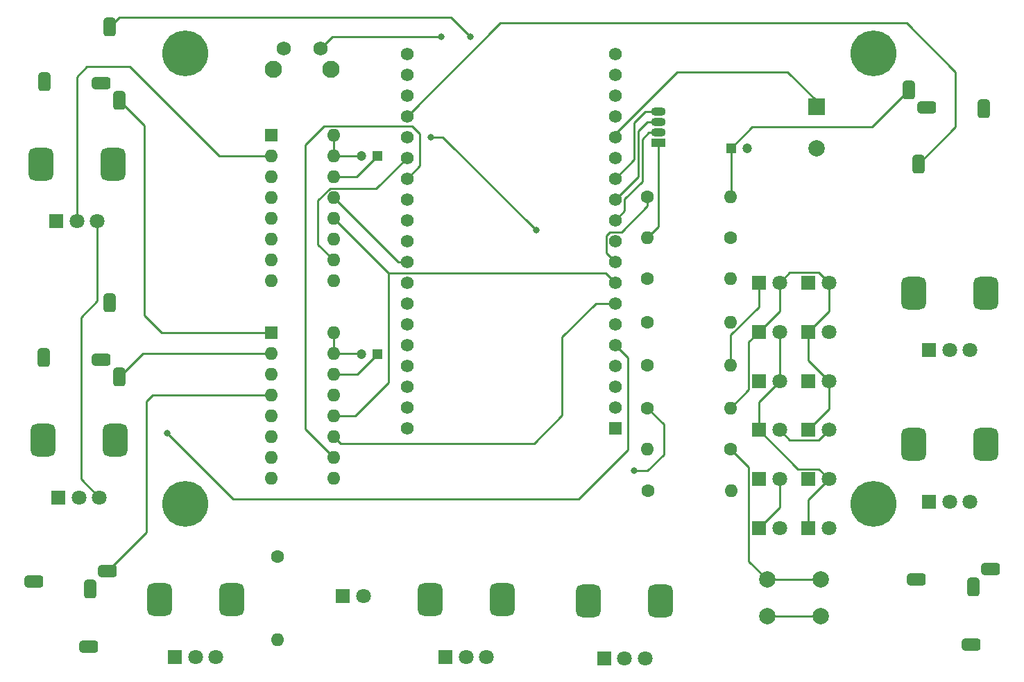
<source format=gbr>
%TF.GenerationSoftware,KiCad,Pcbnew,(6.0.4)*%
%TF.CreationDate,2022-09-15T01:26:23+02:00*%
%TF.ProjectId,_autosave-Spikeling_V2.1,5f617574-6f73-4617-9665-2d5370696b65,rev?*%
%TF.SameCoordinates,Original*%
%TF.FileFunction,Copper,L1,Top*%
%TF.FilePolarity,Positive*%
%FSLAX46Y46*%
G04 Gerber Fmt 4.6, Leading zero omitted, Abs format (unit mm)*
G04 Created by KiCad (PCBNEW (6.0.4)) date 2022-09-15 01:26:23*
%MOMM*%
%LPD*%
G01*
G04 APERTURE LIST*
G04 Aperture macros list*
%AMRoundRect*
0 Rectangle with rounded corners*
0 $1 Rounding radius*
0 $2 $3 $4 $5 $6 $7 $8 $9 X,Y pos of 4 corners*
0 Add a 4 corners polygon primitive as box body*
4,1,4,$2,$3,$4,$5,$6,$7,$8,$9,$2,$3,0*
0 Add four circle primitives for the rounded corners*
1,1,$1+$1,$2,$3*
1,1,$1+$1,$4,$5*
1,1,$1+$1,$6,$7*
1,1,$1+$1,$8,$9*
0 Add four rect primitives between the rounded corners*
20,1,$1+$1,$2,$3,$4,$5,0*
20,1,$1+$1,$4,$5,$6,$7,0*
20,1,$1+$1,$6,$7,$8,$9,0*
20,1,$1+$1,$8,$9,$2,$3,0*%
G04 Aperture macros list end*
%TA.AperFunction,ComponentPad*%
%ADD10O,1.800000X1.070000*%
%TD*%
%TA.AperFunction,ComponentPad*%
%ADD11R,1.800000X1.070000*%
%TD*%
%TA.AperFunction,ComponentPad*%
%ADD12C,5.600000*%
%TD*%
%TA.AperFunction,ComponentPad*%
%ADD13R,1.800000X1.800000*%
%TD*%
%TA.AperFunction,ComponentPad*%
%ADD14C,1.800000*%
%TD*%
%TA.AperFunction,ComponentPad*%
%ADD15C,1.600000*%
%TD*%
%TA.AperFunction,ComponentPad*%
%ADD16O,1.600000X1.600000*%
%TD*%
%TA.AperFunction,ComponentPad*%
%ADD17R,1.600000X1.600000*%
%TD*%
%TA.AperFunction,ComponentPad*%
%ADD18RoundRect,0.750000X0.750000X-1.250000X0.750000X1.250000X-0.750000X1.250000X-0.750000X-1.250000X0*%
%TD*%
%TA.AperFunction,ComponentPad*%
%ADD19RoundRect,0.381000X0.762000X0.381000X-0.762000X0.381000X-0.762000X-0.381000X0.762000X-0.381000X0*%
%TD*%
%TA.AperFunction,ComponentPad*%
%ADD20RoundRect,0.381000X0.381000X-0.762000X0.381000X0.762000X-0.381000X0.762000X-0.381000X-0.762000X0*%
%TD*%
%TA.AperFunction,ComponentPad*%
%ADD21RoundRect,0.381000X-0.381000X0.762000X-0.381000X-0.762000X0.381000X-0.762000X0.381000X0.762000X0*%
%TD*%
%TA.AperFunction,ComponentPad*%
%ADD22RoundRect,0.381000X-0.762000X-0.381000X0.762000X-0.381000X0.762000X0.381000X-0.762000X0.381000X0*%
%TD*%
%TA.AperFunction,ComponentPad*%
%ADD23R,1.200000X1.200000*%
%TD*%
%TA.AperFunction,ComponentPad*%
%ADD24C,1.200000*%
%TD*%
%TA.AperFunction,ComponentPad*%
%ADD25C,1.750000*%
%TD*%
%TA.AperFunction,ComponentPad*%
%ADD26C,2.100000*%
%TD*%
%TA.AperFunction,ComponentPad*%
%ADD27R,2.000000X2.000000*%
%TD*%
%TA.AperFunction,ComponentPad*%
%ADD28C,2.000000*%
%TD*%
%TA.AperFunction,ComponentPad*%
%ADD29R,1.560000X1.560000*%
%TD*%
%TA.AperFunction,ComponentPad*%
%ADD30C,1.560000*%
%TD*%
%TA.AperFunction,ViaPad*%
%ADD31C,0.800000*%
%TD*%
%TA.AperFunction,Conductor*%
%ADD32C,0.250000*%
%TD*%
G04 APERTURE END LIST*
D10*
%TO.P,Spike_LED,1,RA*%
%TO.N,/27*%
X177750000Y-64680000D03*
D11*
%TO.P,Spike_LED,2,K*%
%TO.N,Net-(100\u03A9_Spike-LED1-Pad2)*%
X177750000Y-65950000D03*
D10*
%TO.P,Spike_LED,3,GA*%
%TO.N,/14*%
X177750000Y-63410000D03*
%TO.P,Spike_LED,4,BA*%
%TO.N,/12*%
X177750000Y-62140000D03*
%TD*%
D12*
%TO.P, ,1*%
%TO.N,N/C*%
X120000000Y-55000000D03*
%TD*%
D13*
%TO.P,6,1,K*%
%TO.N,Net-(100\u03A9_CharliePlex3-Pad2)*%
X190000000Y-83000000D03*
D14*
%TO.P,6,2,A*%
%TO.N,Net-(100\u03A9_CharliePlex4-Pad2)*%
X192540000Y-83000000D03*
%TD*%
D13*
%TO.P,1,1,K*%
%TO.N,Net-(100\u03A9_CharliePlex2-Pad2)*%
X190000000Y-113000000D03*
D14*
%TO.P,1,2,A*%
%TO.N,Net-(100\u03A9_CharliePlex1-Pad2)*%
X192540000Y-113000000D03*
%TD*%
D15*
%TO.P,10k\u03A9,1*%
%TO.N,/39*%
X186560000Y-103300000D03*
D16*
%TO.P,10k\u03A9,2*%
%TO.N,GNDREF*%
X176400000Y-103300000D03*
%TD*%
D17*
%TO.P,MCP3208,1,CH0*%
%TO.N,/200*%
X130500000Y-89125000D03*
D16*
%TO.P,MCP3208,2,CH1*%
%TO.N,/201*%
X130500000Y-91665000D03*
%TO.P,MCP3208,3,CH2*%
%TO.N,/202*%
X130500000Y-94205000D03*
%TO.P,MCP3208,4,CH3*%
%TO.N,/203*%
X130500000Y-96745000D03*
%TO.P,MCP3208,5,CH4*%
%TO.N,/204*%
X130500000Y-99285000D03*
%TO.P,MCP3208,6,CH5*%
%TO.N,/205*%
X130500000Y-101825000D03*
%TO.P,MCP3208,7,CH6*%
%TO.N,/206*%
X130500000Y-104365000D03*
%TO.P,MCP3208,8,CH7*%
%TO.N,/207*%
X130500000Y-106905000D03*
%TO.P,MCP3208,9,DGND*%
%TO.N,GNDREF*%
X138120000Y-106905000D03*
%TO.P,MCP3208,10,~{CS}/SHDN*%
%TO.N,/04*%
X138120000Y-104365000D03*
%TO.P,MCP3208,11,Din*%
%TO.N,/32*%
X138120000Y-101825000D03*
%TO.P,MCP3208,12,Dout*%
%TO.N,/33*%
X138120000Y-99285000D03*
%TO.P,MCP3208,13,CLK*%
%TO.N,/18*%
X138120000Y-96745000D03*
%TO.P,MCP3208,14,AGND*%
%TO.N,GNDREF*%
X138120000Y-94205000D03*
%TO.P,MCP3208,15,Vref*%
%TO.N,VCC*%
X138120000Y-91665000D03*
%TO.P,MCP3208,16,Vdd*%
X138120000Y-89125000D03*
%TD*%
D13*
%TO.P,Stimulus,1,1*%
%TO.N,GNDREF*%
X210750000Y-109750000D03*
D14*
%TO.P,Stimulus,2,2*%
%TO.N,/104*%
X213250000Y-109750000D03*
%TO.P,Stimulus,3,3*%
%TO.N,VCC*%
X215750000Y-109750000D03*
D18*
%TO.P,Stimulus,MP*%
%TO.N,N/C*%
X217650000Y-102750000D03*
X208850000Y-102750000D03*
%TD*%
D13*
%TO.P,Noise,1,1*%
%TO.N,GNDREF*%
X171100000Y-128900000D03*
D14*
%TO.P,Noise,2,2*%
%TO.N,/106*%
X173600000Y-128900000D03*
%TO.P,Noise,3,3*%
%TO.N,VCC*%
X176100000Y-128900000D03*
D18*
%TO.P,Noise,MP*%
%TO.N,N/C*%
X169200000Y-121900000D03*
X178000000Y-121900000D03*
%TD*%
D19*
%TO.P,Synapse In 1,*%
%TO.N,*%
X109781500Y-58650000D03*
D20*
%TO.P,Synapse In 1,R*%
%TO.N,/200*%
X111981500Y-60750000D03*
D21*
%TO.P,Synapse In 1,S*%
%TO.N,GNDREF*%
X102781500Y-58450000D03*
D20*
%TO.P,Synapse In 1,T*%
%TO.N,/35*%
X110781500Y-51750000D03*
%TD*%
D22*
%TO.P,Synapse Out,*%
%TO.N,*%
X210468500Y-61600000D03*
D21*
%TO.P,Synapse Out,R*%
%TO.N,Net-(10\u03A9_RC1-Pad2)*%
X208268500Y-59500000D03*
D20*
%TO.P,Synapse Out,S*%
%TO.N,GNDREF*%
X217468500Y-61800000D03*
D21*
%TO.P,Synapse Out,T*%
%TO.N,/15*%
X209468500Y-68500000D03*
%TD*%
D13*
%TO.P,Synapse1 Gain,1,1*%
%TO.N,GNDREF*%
X104250000Y-75500000D03*
D14*
%TO.P,Synapse1 Gain,2,2*%
%TO.N,/101*%
X106750000Y-75500000D03*
%TO.P,Synapse1 Gain,3,3*%
%TO.N,VCC*%
X109250000Y-75500000D03*
D18*
%TO.P,Synapse1 Gain,MP*%
%TO.N,N/C*%
X111150000Y-68500000D03*
X102350000Y-68500000D03*
%TD*%
D13*
%TO.P,3,1,K*%
%TO.N,Net-(100\u03A9_CharliePlex3-Pad2)*%
X190000000Y-101000000D03*
D14*
%TO.P,3,2,A*%
%TO.N,Net-(100\u03A9_CharliePlex2-Pad2)*%
X192540000Y-101000000D03*
%TD*%
D13*
%TO.P,Voltage Membrane,1,1*%
%TO.N,GNDREF*%
X118750000Y-128750000D03*
D14*
%TO.P,Voltage Membrane,2,2*%
%TO.N,/100*%
X121250000Y-128750000D03*
%TO.P,Voltage Membrane,3,3*%
%TO.N,VCC*%
X123750000Y-128750000D03*
D18*
%TO.P,Voltage Membrane,MP*%
%TO.N,N/C*%
X116850000Y-121750000D03*
X125650000Y-121750000D03*
%TD*%
D15*
%TO.P,100\u03A9,1*%
%TO.N,/22*%
X176500000Y-108400000D03*
D16*
%TO.P,100\u03A9,2*%
%TO.N,Net-(100\u03A9_Stim-LED1-Pad2)*%
X186660000Y-108400000D03*
%TD*%
D12*
%TO.P, ,1*%
%TO.N,N/C*%
X204000000Y-55000000D03*
%TD*%
D17*
%TO.P,MCP3208,1,CH0*%
%TO.N,/100*%
X130500000Y-65000000D03*
D16*
%TO.P,MCP3208,2,CH1*%
%TO.N,/101*%
X130500000Y-67540000D03*
%TO.P,MCP3208,3,CH2*%
%TO.N,/102*%
X130500000Y-70080000D03*
%TO.P,MCP3208,4,CH3*%
%TO.N,/103*%
X130500000Y-72620000D03*
%TO.P,MCP3208,5,CH4*%
%TO.N,/104*%
X130500000Y-75160000D03*
%TO.P,MCP3208,6,CH5*%
%TO.N,/105*%
X130500000Y-77700000D03*
%TO.P,MCP3208,7,CH6*%
%TO.N,/106*%
X130500000Y-80240000D03*
%TO.P,MCP3208,8,CH7*%
%TO.N,/107*%
X130500000Y-82780000D03*
%TO.P,MCP3208,9,DGND*%
%TO.N,GNDREF*%
X138120000Y-82780000D03*
%TO.P,MCP3208,10,~{CS}/SHDN*%
%TO.N,/00*%
X138120000Y-80240000D03*
%TO.P,MCP3208,11,Din*%
%TO.N,/32*%
X138120000Y-77700000D03*
%TO.P,MCP3208,12,Dout*%
%TO.N,/33*%
X138120000Y-75160000D03*
%TO.P,MCP3208,13,CLK*%
%TO.N,/18*%
X138120000Y-72620000D03*
%TO.P,MCP3208,14,AGND*%
%TO.N,GNDREF*%
X138120000Y-70080000D03*
%TO.P,MCP3208,15,Vref*%
%TO.N,VCC*%
X138120000Y-67540000D03*
%TO.P,MCP3208,16,Vdd*%
X138120000Y-65000000D03*
%TD*%
D23*
%TO.P,1\u03BCF,1*%
%TO.N,GNDREF*%
X143472600Y-91750000D03*
D24*
%TO.P,1\u03BCF,2*%
%TO.N,VCC*%
X141472600Y-91750000D03*
%TD*%
D21*
%TO.P,Stimulus Out,*%
%TO.N,*%
X216150000Y-120218500D03*
D19*
%TO.P,Stimulus Out,R*%
%TO.N,/26*%
X218250000Y-118018500D03*
D22*
%TO.P,Stimulus Out,S*%
%TO.N,GNDREF*%
X215950000Y-127218500D03*
D19*
%TO.P,Stimulus Out,T*%
%TO.N,Net-(100\u03A9_Stim-LED1-Pad2)*%
X209250000Y-119218500D03*
%TD*%
D25*
%TO.P,Reset Button,2,2*%
%TO.N,Net-(Reset_Button1-Pad2)*%
X136500000Y-54440000D03*
%TO.P,Reset Button,1,1*%
%TO.N,GNDREF*%
X132000000Y-54440000D03*
D26*
%TO.P,Reset Button,*%
%TO.N,*%
X130750000Y-56930000D03*
X137760000Y-56930000D03*
%TD*%
D13*
%TO.P,10,1,K*%
%TO.N,Net-(100\u03A9_CharliePlex2-Pad2)*%
X196000000Y-95000000D03*
D14*
%TO.P,10,2,A*%
%TO.N,Net-(100\u03A9_CharliePlex4-Pad2)*%
X198540000Y-95000000D03*
%TD*%
D13*
%TO.P,8,1,K*%
%TO.N,Net-(100\u03A9_CharliePlex1-Pad2)*%
X196000000Y-107000000D03*
D14*
%TO.P,8,2,A*%
%TO.N,Net-(100\u03A9_CharliePlex3-Pad2)*%
X198540000Y-107000000D03*
%TD*%
D23*
%TO.P,1\u03BCF,1*%
%TO.N,GNDREF*%
X143472600Y-67500000D03*
D24*
%TO.P,1\u03BCF,2*%
%TO.N,VCC*%
X141472600Y-67500000D03*
%TD*%
D15*
%TO.P,100\u03A9,1*%
%TO.N,/21*%
X176400000Y-98300000D03*
D16*
%TO.P,100\u03A9,2*%
%TO.N,Net-(100\u03A9_CharliePlex4-Pad2)*%
X186560000Y-98300000D03*
%TD*%
D13*
%TO.P,12,1,K*%
%TO.N,Net-(100\u03A9_CharliePlex1-Pad2)*%
X196000000Y-83000000D03*
D14*
%TO.P,12,2,A*%
%TO.N,Net-(100\u03A9_CharliePlex4-Pad2)*%
X198540000Y-83000000D03*
%TD*%
D13*
%TO.P,11,1,K*%
%TO.N,Net-(100\u03A9_CharliePlex4-Pad2)*%
X196000000Y-89000000D03*
D14*
%TO.P,11,2,A*%
%TO.N,Net-(100\u03A9_CharliePlex1-Pad2)*%
X198540000Y-89000000D03*
%TD*%
D13*
%TO.P,9,1,K*%
%TO.N,Net-(100\u03A9_CharliePlex4-Pad2)*%
X196000000Y-101000000D03*
D14*
%TO.P,9,2,A*%
%TO.N,Net-(100\u03A9_CharliePlex2-Pad2)*%
X198540000Y-101000000D03*
%TD*%
D16*
%TO.P,10\u03A9,2*%
%TO.N,Net-(10\u03A9_RC1-Pad2)*%
X186560000Y-72550000D03*
D15*
%TO.P,10\u03A9,1*%
%TO.N,/25*%
X176400000Y-72550000D03*
%TD*%
D13*
%TO.P,Photodiode,1,K*%
%TO.N,GNDREF*%
X139225000Y-121250000D03*
D14*
%TO.P,Photodiode,2,A*%
%TO.N,/202*%
X141765000Y-121250000D03*
%TD*%
D13*
%TO.P,Stimulus,1,1*%
%TO.N,GNDREF*%
X210750000Y-91250000D03*
D14*
%TO.P,Stimulus,2,2*%
%TO.N,/105*%
X213250000Y-91250000D03*
%TO.P,Stimulus,3,3*%
%TO.N,VCC*%
X215750000Y-91250000D03*
D18*
%TO.P,Stimulus,MP*%
%TO.N,N/C*%
X217650000Y-84250000D03*
X208850000Y-84250000D03*
%TD*%
D13*
%TO.P,Synapse2 Gain,1,1*%
%TO.N,GNDREF*%
X104500000Y-109250000D03*
D14*
%TO.P,Synapse2 Gain,2,2*%
%TO.N,/102*%
X107000000Y-109250000D03*
%TO.P,Synapse2 Gain,3,3*%
%TO.N,VCC*%
X109500000Y-109250000D03*
D18*
%TO.P,Synapse2 Gain,MP*%
%TO.N,N/C*%
X102600000Y-102250000D03*
X111400000Y-102250000D03*
%TD*%
D19*
%TO.P,Synapse In 2,*%
%TO.N,*%
X109750000Y-92400000D03*
D20*
%TO.P,Synapse In 2,R*%
%TO.N,/201*%
X111950000Y-94500000D03*
D21*
%TO.P,Synapse In 2,S*%
%TO.N,GNDREF*%
X102750000Y-92200000D03*
D20*
%TO.P,Synapse In 2,T*%
%TO.N,/34*%
X110750000Y-85500000D03*
%TD*%
D13*
%TO.P,2,1,K*%
%TO.N,Net-(100\u03A9_CharliePlex1-Pad2)*%
X190000000Y-107000000D03*
D14*
%TO.P,2,2,A*%
%TO.N,Net-(100\u03A9_CharliePlex2-Pad2)*%
X192540000Y-107000000D03*
%TD*%
D12*
%TO.P, ,1*%
%TO.N,N/C*%
X204000000Y-110000000D03*
%TD*%
D13*
%TO.P,4,1,K*%
%TO.N,Net-(100\u03A9_CharliePlex2-Pad2)*%
X190000000Y-95000000D03*
D14*
%TO.P,4,2,A*%
%TO.N,Net-(100\u03A9_CharliePlex3-Pad2)*%
X192540000Y-95000000D03*
%TD*%
D21*
%TO.P,Current In,*%
%TO.N,*%
X108400000Y-120468500D03*
D19*
%TO.P,Current In,R*%
%TO.N,/203*%
X110500000Y-118268500D03*
D22*
%TO.P,Current In,S*%
%TO.N,GNDREF*%
X108200000Y-127468500D03*
D19*
%TO.P,Current In,T*%
%TO.N,unconnected-(Current_In1-PadT)*%
X101500000Y-119468500D03*
%TD*%
D15*
%TO.P,100\u03A9,1*%
%TO.N,/19*%
X176400000Y-93050000D03*
D16*
%TO.P,100\u03A9,2*%
%TO.N,Net-(100\u03A9_CharliePlex3-Pad2)*%
X186560000Y-93050000D03*
%TD*%
D15*
%TO.P,10k\u03A9,1*%
%TO.N,/202*%
X131250000Y-116420000D03*
D16*
%TO.P,10k\u03A9,2*%
%TO.N,GNDREF*%
X131250000Y-126580000D03*
%TD*%
D13*
%TO.P,Photodiode Gain,1,1*%
%TO.N,GNDREF*%
X151750000Y-128750000D03*
D14*
%TO.P,Photodiode Gain,2,2*%
%TO.N,/103*%
X154250000Y-128750000D03*
%TO.P,Photodiode Gain,3,3*%
%TO.N,VCC*%
X156750000Y-128750000D03*
D18*
%TO.P,Photodiode Gain,MP*%
%TO.N,N/C*%
X158650000Y-121750000D03*
X149850000Y-121750000D03*
%TD*%
D24*
%TO.P,1nF,2*%
%TO.N,GNDREF*%
X188600000Y-66600000D03*
D23*
%TO.P,1nF,1*%
%TO.N,Net-(10\u03A9_RC1-Pad2)*%
X186600000Y-66600000D03*
%TD*%
D15*
%TO.P,100\u03A9,1*%
%TO.N,/05*%
X176400000Y-87800000D03*
D16*
%TO.P,100\u03A9,2*%
%TO.N,Net-(100\u03A9_CharliePlex2-Pad2)*%
X186560000Y-87800000D03*
%TD*%
D15*
%TO.P,100\u03A9,1*%
%TO.N,GNDREF*%
X186560000Y-77550000D03*
D16*
%TO.P,100\u03A9,2*%
%TO.N,Net-(100\u03A9_Spike-LED1-Pad2)*%
X176400000Y-77550000D03*
%TD*%
D27*
%TO.P,Spike_Buzzer,1,-*%
%TO.N,/13*%
X197000000Y-61550000D03*
D28*
%TO.P,Spike_Buzzer,2,+*%
%TO.N,GNDREF*%
X197000000Y-66550000D03*
%TD*%
D12*
%TO.P, ,1*%
%TO.N,N/C*%
X120000000Y-110000000D03*
%TD*%
D15*
%TO.P,100\u03A9,1*%
%TO.N,/02*%
X176400000Y-82550000D03*
D16*
%TO.P,100\u03A9,2*%
%TO.N,Net-(100\u03A9_CharliePlex1-Pad2)*%
X186560000Y-82550000D03*
%TD*%
D28*
%TO.P,Mode Button,1,1*%
%TO.N,/39*%
X191000000Y-119250000D03*
X197500000Y-119250000D03*
%TO.P,Mode Button,2,2*%
%TO.N,VCC*%
X197500000Y-123750000D03*
X191000000Y-123750000D03*
%TD*%
D29*
%TO.P,ESP32 Wroom-32 Dev Module,1,3V3*%
%TO.N,+3V3*%
X172450000Y-100760000D03*
D30*
%TO.P,ESP32 Wroom-32 Dev Module,2,EN*%
%TO.N,Net-(Reset_Button1-Pad2)*%
X172450000Y-98220000D03*
%TO.P,ESP32 Wroom-32 Dev Module,3,SENSOR_VP*%
%TO.N,unconnected-(U1-Pad3)*%
X172450000Y-95680000D03*
%TO.P,ESP32 Wroom-32 Dev Module,4,SENSOR_VN*%
%TO.N,/39*%
X172450000Y-93140000D03*
%TO.P,ESP32 Wroom-32 Dev Module,5,IO34*%
%TO.N,/34*%
X172450000Y-90600000D03*
%TO.P,ESP32 Wroom-32 Dev Module,6,IO35*%
%TO.N,/35*%
X172450000Y-88060000D03*
%TO.P,ESP32 Wroom-32 Dev Module,7,IO32*%
%TO.N,/32*%
X172450000Y-85520000D03*
%TO.P,ESP32 Wroom-32 Dev Module,8,IO33*%
%TO.N,/33*%
X172450000Y-82980000D03*
%TO.P,ESP32 Wroom-32 Dev Module,9,IO25*%
%TO.N,/25*%
X172450000Y-80440000D03*
%TO.P,ESP32 Wroom-32 Dev Module,10,IO26*%
%TO.N,/26*%
X172450000Y-77900000D03*
%TO.P,ESP32 Wroom-32 Dev Module,11,IO27*%
%TO.N,/27*%
X172450000Y-75360000D03*
%TO.P,ESP32 Wroom-32 Dev Module,12,IO14*%
%TO.N,/14*%
X172450000Y-72820000D03*
%TO.P,ESP32 Wroom-32 Dev Module,13,IO12*%
%TO.N,/12*%
X172450000Y-70280000D03*
%TO.P,ESP32 Wroom-32 Dev Module,14,GND1*%
%TO.N,GNDREF*%
X172450000Y-67740000D03*
%TO.P,ESP32 Wroom-32 Dev Module,15,IO13*%
%TO.N,/13*%
X172450000Y-65200000D03*
%TO.P,ESP32 Wroom-32 Dev Module,16,SD2*%
%TO.N,unconnected-(U1-Pad16)*%
X172450000Y-62660000D03*
%TO.P,ESP32 Wroom-32 Dev Module,17,SD3*%
%TO.N,unconnected-(U1-Pad17)*%
X172450000Y-60120000D03*
%TO.P,ESP32 Wroom-32 Dev Module,18,CMD*%
%TO.N,unconnected-(U1-Pad18)*%
X172450000Y-57580000D03*
%TO.P,ESP32 Wroom-32 Dev Module,19,EXT_5V*%
%TO.N,VCC*%
X172450000Y-55040000D03*
%TO.P,ESP32 Wroom-32 Dev Module,20,GND3*%
%TO.N,GNDREF*%
X147050000Y-100760000D03*
%TO.P,ESP32 Wroom-32 Dev Module,21,IO23*%
%TO.N,/23*%
X147050000Y-98220000D03*
%TO.P,ESP32 Wroom-32 Dev Module,22,IO22*%
%TO.N,/22*%
X147050000Y-95680000D03*
%TO.P,ESP32 Wroom-32 Dev Module,23,TXD0*%
%TO.N,unconnected-(U1-Pad23)*%
X147050000Y-93140000D03*
%TO.P,ESP32 Wroom-32 Dev Module,24,RXD0*%
%TO.N,unconnected-(U1-Pad24)*%
X147050000Y-90600000D03*
%TO.P,ESP32 Wroom-32 Dev Module,25,IO21*%
%TO.N,/21*%
X147050000Y-88060000D03*
%TO.P,ESP32 Wroom-32 Dev Module,26,GND2*%
%TO.N,GNDREF*%
X147050000Y-85520000D03*
%TO.P,ESP32 Wroom-32 Dev Module,27,IO19*%
%TO.N,/19*%
X147050000Y-82980000D03*
%TO.P,ESP32 Wroom-32 Dev Module,28,IO18*%
%TO.N,/18*%
X147050000Y-80440000D03*
%TO.P,ESP32 Wroom-32 Dev Module,29,IO5*%
%TO.N,/05*%
X147050000Y-77900000D03*
%TO.P,ESP32 Wroom-32 Dev Module,30,IO17*%
%TO.N,/17*%
X147050000Y-75360000D03*
%TO.P,ESP32 Wroom-32 Dev Module,31,IO16*%
%TO.N,/16*%
X147050000Y-72820000D03*
%TO.P,ESP32 Wroom-32 Dev Module,32,IO4*%
%TO.N,/04*%
X147050000Y-70280000D03*
%TO.P,ESP32 Wroom-32 Dev Module,33,IO0*%
%TO.N,/00*%
X147050000Y-67740000D03*
%TO.P,ESP32 Wroom-32 Dev Module,34,IO2*%
%TO.N,/02*%
X147050000Y-65200000D03*
%TO.P,ESP32 Wroom-32 Dev Module,35,IO15*%
%TO.N,/15*%
X147050000Y-62660000D03*
%TO.P,ESP32 Wroom-32 Dev Module,36,SD1*%
%TO.N,unconnected-(U1-Pad36)*%
X147050000Y-60120000D03*
%TO.P,ESP32 Wroom-32 Dev Module,37,SD0*%
%TO.N,unconnected-(U1-Pad37)*%
X147050000Y-57580000D03*
%TO.P,ESP32 Wroom-32 Dev Module,38,CLK*%
%TO.N,unconnected-(U1-Pad38)*%
X147050000Y-55040000D03*
%TD*%
D13*
%TO.P,7,1,K*%
%TO.N,Net-(100\u03A9_CharliePlex3-Pad2)*%
X196000000Y-113000000D03*
D14*
%TO.P,7,2,A*%
%TO.N,Net-(100\u03A9_CharliePlex1-Pad2)*%
X198540000Y-113000000D03*
%TD*%
D13*
%TO.P,5,1,K*%
%TO.N,Net-(100\u03A9_CharliePlex4-Pad2)*%
X190000000Y-89000000D03*
D14*
%TO.P,5,2,A*%
%TO.N,Net-(100\u03A9_CharliePlex3-Pad2)*%
X192540000Y-89000000D03*
%TD*%
D31*
%TO.N,/02*%
X150000000Y-65200000D03*
X162800000Y-76600000D03*
%TO.N,/21*%
X174800000Y-106000000D03*
%TO.N,/34*%
X117800000Y-101400000D03*
%TO.N,/35*%
X154800000Y-53000000D03*
%TO.N,Net-(Reset_Button1-Pad2)*%
X151200000Y-53000000D03*
%TD*%
D32*
%TO.N,/02*%
X151400000Y-65200000D02*
X150000000Y-65200000D01*
X162800000Y-76600000D02*
X151400000Y-65200000D01*
%TO.N,/21*%
X176400000Y-106000000D02*
X174800000Y-106000000D01*
X178400000Y-100300000D02*
X178400000Y-104000000D01*
X178400000Y-104000000D02*
X176400000Y-106000000D01*
X176400000Y-98300000D02*
X178400000Y-100300000D01*
%TO.N,/39*%
X188775489Y-117025489D02*
X191000000Y-119250000D01*
X188775489Y-105515489D02*
X188775489Y-117025489D01*
X186560000Y-103300000D02*
X188775489Y-105515489D01*
X191000000Y-119250000D02*
X197500000Y-119250000D01*
%TO.N,VCC*%
X191000000Y-123750000D02*
X197500000Y-123750000D01*
%TO.N,Net-(100\u03A9_CharliePlex2-Pad2)*%
X193764511Y-102224511D02*
X192540000Y-101000000D01*
X198540000Y-101000000D02*
X197315489Y-102224511D01*
X197315489Y-102224511D02*
X193764511Y-102224511D01*
X192540000Y-110460000D02*
X190000000Y-113000000D01*
X192540000Y-107000000D02*
X192540000Y-110460000D01*
%TO.N,Net-(100\u03A9_CharliePlex3-Pad2)*%
X186560000Y-89390300D02*
X186560000Y-93050000D01*
X190000000Y-83000000D02*
X190000000Y-85950300D01*
X190000000Y-85950300D02*
X186560000Y-89390300D01*
X192540000Y-95000000D02*
X192540000Y-89000000D01*
X197315489Y-105775489D02*
X198540000Y-107000000D01*
X194775489Y-105775489D02*
X197315489Y-105775489D01*
X190000000Y-101000000D02*
X194775489Y-105775489D01*
X190000000Y-97540000D02*
X192540000Y-95000000D01*
X190000000Y-101000000D02*
X190000000Y-97540000D01*
X196000000Y-113000000D02*
X196000000Y-109540000D01*
X196000000Y-109540000D02*
X198540000Y-107000000D01*
%TO.N,Net-(100\u03A9_CharliePlex4-Pad2)*%
X188775489Y-96084511D02*
X186560000Y-98300000D01*
X188775489Y-90224511D02*
X188775489Y-96084511D01*
X190000000Y-89000000D02*
X188775489Y-90224511D01*
X198540000Y-98460000D02*
X196000000Y-101000000D01*
X198540000Y-95000000D02*
X198540000Y-98460000D01*
X196000000Y-92460000D02*
X198540000Y-95000000D01*
X196000000Y-89000000D02*
X196000000Y-92460000D01*
X192540000Y-86460000D02*
X190000000Y-89000000D01*
X192540000Y-83000000D02*
X192540000Y-86460000D01*
X198540000Y-83000000D02*
X198540000Y-86460000D01*
X198540000Y-86460000D02*
X196000000Y-89000000D01*
X193764511Y-81775489D02*
X192540000Y-83000000D01*
X197315489Y-81775489D02*
X193764511Y-81775489D01*
X198540000Y-83000000D02*
X197315489Y-81775489D01*
%TO.N,/25*%
X171345489Y-79335489D02*
X172450000Y-80440000D01*
X171345489Y-77254511D02*
X171345489Y-79335489D01*
X173204511Y-76795489D02*
X171804511Y-76795489D01*
X176400000Y-73600000D02*
X173204511Y-76795489D01*
X176400000Y-72550000D02*
X176400000Y-73600000D01*
X171804511Y-76795489D02*
X171345489Y-77254511D01*
%TO.N,Net-(100\u03A9_Spike-LED1-Pad2)*%
X177750000Y-76200000D02*
X177750000Y-65950000D01*
X176400000Y-77550000D02*
X177750000Y-76200000D01*
%TO.N,Net-(10\u03A9_RC1-Pad2)*%
X186600000Y-72510000D02*
X186560000Y-72550000D01*
X186600000Y-66600000D02*
X186600000Y-72510000D01*
X203768500Y-64000000D02*
X208268500Y-59500000D01*
X189200000Y-64000000D02*
X203768500Y-64000000D01*
X186600000Y-66600000D02*
X189200000Y-64000000D01*
%TO.N,/27*%
X173600000Y-72800000D02*
X173600000Y-74210000D01*
X173600000Y-74210000D02*
X172450000Y-75360000D01*
X175750000Y-65500000D02*
X175750000Y-70650000D01*
X176570000Y-64680000D02*
X175750000Y-65500000D01*
X175750000Y-70650000D02*
X173600000Y-72800000D01*
X177750000Y-64680000D02*
X176570000Y-64680000D01*
%TO.N,/34*%
X125800000Y-109400000D02*
X117800000Y-101400000D01*
X168000000Y-109400000D02*
X125800000Y-109400000D01*
X174000000Y-92150000D02*
X174000000Y-103400000D01*
X174000000Y-103400000D02*
X168000000Y-109400000D01*
X172450000Y-90600000D02*
X174000000Y-92150000D01*
%TO.N,/35*%
X152400000Y-50600000D02*
X149200000Y-50600000D01*
X154800000Y-53000000D02*
X152400000Y-50600000D01*
X111931500Y-50600000D02*
X149200000Y-50600000D01*
%TO.N,Net-(Reset_Button1-Pad2)*%
X137940000Y-53000000D02*
X151200000Y-53000000D01*
X136500000Y-54440000D02*
X137940000Y-53000000D01*
%TO.N,/35*%
X110781500Y-51750000D02*
X111931500Y-50600000D01*
%TO.N,/04*%
X148600000Y-64800000D02*
X148600000Y-68730000D01*
X148600000Y-68730000D02*
X147050000Y-70280000D01*
X147675489Y-63875489D02*
X148600000Y-64800000D01*
X136924511Y-63875489D02*
X147675489Y-63875489D01*
X134600000Y-66200000D02*
X136924511Y-63875489D01*
X134600000Y-100845000D02*
X134600000Y-66200000D01*
X138120000Y-104365000D02*
X134600000Y-100845000D01*
%TO.N,/00*%
X136200000Y-78320000D02*
X138120000Y-80240000D01*
X136200000Y-72949700D02*
X136200000Y-78320000D01*
X137654211Y-71495489D02*
X136200000Y-72949700D01*
X143294511Y-71495489D02*
X137654211Y-71495489D01*
X147050000Y-67740000D02*
X143294511Y-71495489D01*
%TO.N,/32*%
X170080000Y-85520000D02*
X172450000Y-85520000D01*
X166000000Y-89600000D02*
X170080000Y-85520000D01*
X166000000Y-99200000D02*
X166000000Y-89600000D01*
X138919999Y-102624999D02*
X162575001Y-102624999D01*
X138120000Y-101825000D02*
X138919999Y-102624999D01*
X162575001Y-102624999D02*
X166000000Y-99200000D01*
%TO.N,/33*%
X144800000Y-95200000D02*
X144800000Y-81840000D01*
X144800000Y-81840000D02*
X144760000Y-81800000D01*
X140715000Y-99285000D02*
X144800000Y-95200000D01*
X138120000Y-99285000D02*
X140715000Y-99285000D01*
%TO.N,/18*%
X145940000Y-80440000D02*
X147050000Y-80440000D01*
X138120000Y-72620000D02*
X145940000Y-80440000D01*
%TO.N,/33*%
X171270000Y-81800000D02*
X172450000Y-82980000D01*
X144760000Y-81800000D02*
X171270000Y-81800000D01*
X138120000Y-75160000D02*
X144760000Y-81800000D01*
%TO.N,/101*%
X124140000Y-67540000D02*
X130500000Y-67540000D01*
X113200000Y-56600000D02*
X124140000Y-67540000D01*
X106750000Y-57850000D02*
X108000000Y-56600000D01*
X108000000Y-56600000D02*
X113200000Y-56600000D01*
X106750000Y-75500000D02*
X106750000Y-57850000D01*
%TO.N,/12*%
X174750000Y-67980000D02*
X172450000Y-70280000D01*
X174750000Y-63500000D02*
X174750000Y-67980000D01*
%TO.N,GNDREF*%
X141017600Y-94205000D02*
X143472600Y-91750000D01*
X140892600Y-70080000D02*
X143472600Y-67500000D01*
X138120000Y-94205000D02*
X141017600Y-94205000D01*
X138120000Y-70080000D02*
X140892600Y-70080000D01*
%TO.N,/27*%
X172450000Y-75360000D02*
X172450000Y-74879700D01*
%TO.N,/26*%
X218250000Y-118018500D02*
X218250000Y-118118500D01*
%TO.N,/34*%
X111250000Y-86000000D02*
X110750000Y-85500000D01*
X109750000Y-92400000D02*
X109850000Y-92400000D01*
%TO.N,unconnected-(U1-Pad3)*%
X109781500Y-58650000D02*
X109881500Y-58650000D01*
%TO.N,/14*%
X172450000Y-72820000D02*
X175250000Y-70020000D01*
X175250000Y-64500000D02*
X176340000Y-63410000D01*
X176340000Y-63410000D02*
X177750000Y-63410000D01*
X175250000Y-70020000D02*
X175250000Y-64500000D01*
%TO.N,/12*%
X176110000Y-62140000D02*
X174750000Y-63500000D01*
X177750000Y-62140000D02*
X176110000Y-62140000D01*
%TO.N,/13*%
X180000000Y-57250000D02*
X193500000Y-57250000D01*
X172450000Y-65200000D02*
X172450000Y-64800000D01*
X193500000Y-57250000D02*
X197000000Y-60750000D01*
X172450000Y-64800000D02*
X180000000Y-57250000D01*
X197000000Y-60750000D02*
X197000000Y-61550000D01*
%TO.N,/15*%
X147050000Y-62660000D02*
X158460000Y-51250000D01*
X158460000Y-51250000D02*
X208000000Y-51250000D01*
X214000000Y-57250000D02*
X214000000Y-63968500D01*
X214000000Y-63968500D02*
X209468500Y-68500000D01*
X208000000Y-51250000D02*
X214000000Y-57250000D01*
%TO.N,Net-(100\u03A9_CharliePlex2-Pad2)*%
X198540000Y-100080000D02*
X198540000Y-101000000D01*
%TO.N,VCC*%
X141432600Y-67540000D02*
X141472600Y-67500000D01*
X138120000Y-89125000D02*
X138120000Y-91665000D01*
X138120000Y-65000000D02*
X138120000Y-67540000D01*
X138120000Y-67540000D02*
X141432600Y-67540000D01*
X107250000Y-87250000D02*
X107250000Y-107000000D01*
X109250000Y-85250000D02*
X107250000Y-87250000D01*
X138120000Y-91665000D02*
X141387600Y-91665000D01*
X109250000Y-75500000D02*
X109250000Y-85250000D01*
X107250000Y-107000000D02*
X109500000Y-109250000D01*
X141387600Y-91665000D02*
X141472600Y-91750000D01*
%TO.N,/203*%
X115250000Y-113518500D02*
X115250000Y-97500000D01*
X110500000Y-118268500D02*
X115250000Y-113518500D01*
X115250000Y-97500000D02*
X116005000Y-96745000D01*
X116005000Y-96745000D02*
X130500000Y-96745000D01*
%TO.N,/200*%
X117125000Y-89125000D02*
X130500000Y-89125000D01*
X115000000Y-63768500D02*
X115000000Y-87000000D01*
X111981500Y-60750000D02*
X115000000Y-63768500D01*
X115000000Y-87000000D02*
X117125000Y-89125000D01*
%TO.N,/201*%
X111950000Y-94500000D02*
X114785000Y-91665000D01*
X114785000Y-91665000D02*
X130500000Y-91665000D01*
X111950000Y-94500000D02*
X112450000Y-95000000D01*
%TD*%
M02*

</source>
